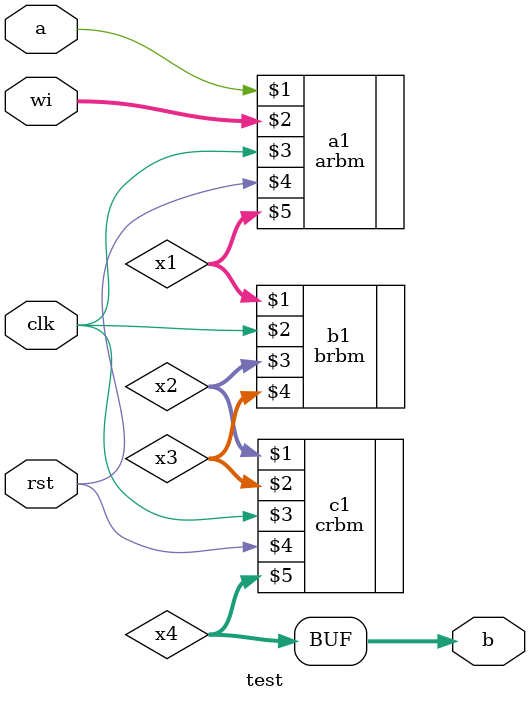
<source format=v>
`timescale 1ns / 1ps


module test(
input a,
input [3:0]wi,
input clk,
input rst,
output reg [3:0]b
);
wire [3:0]x1;
wire [3:0]x2;
wire [3:0]x3;
wire [3:0]x4;
arbm a1(a,wi,clk,rst,x1);
brbm b1(x1,clk,x2,x3);
crbm c1(x2,x3,clk,rst,x4);
always@(*)
begin
b=x4;
end
endmodule

</source>
